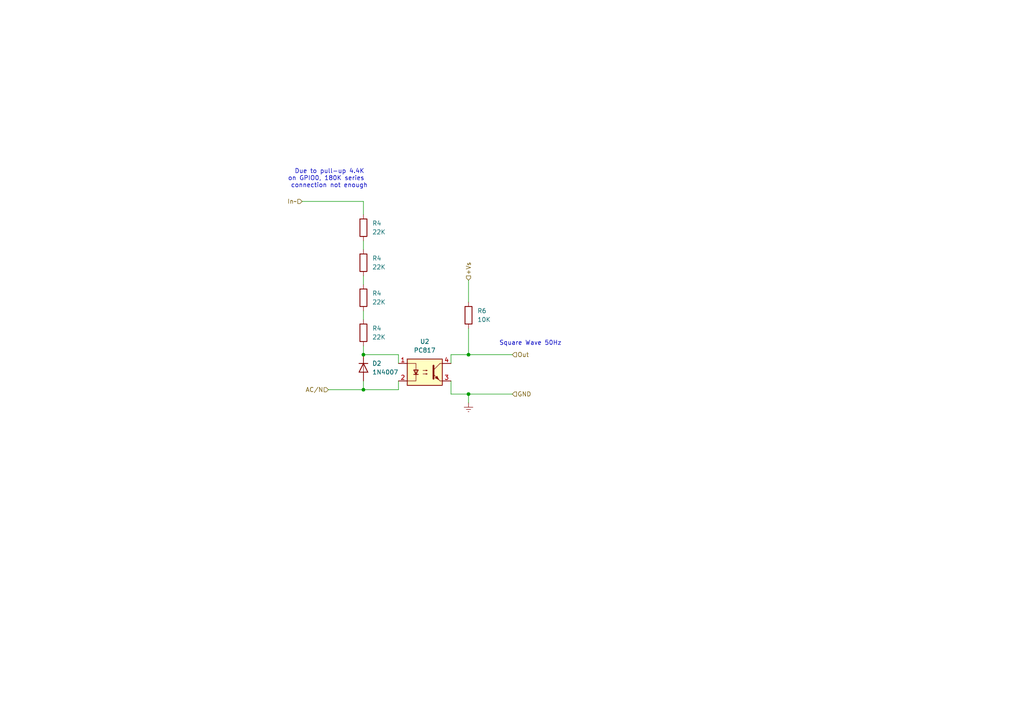
<source format=kicad_sch>
(kicad_sch (version 20230121) (generator eeschema)
  (paper "A4")
  (lib_symbols
    (symbol "Device:R" (pin_numbers hide) (pin_names (offset 0))
      (property "Reference" "R" (at 2.032 0 90))
      (property "Value" "R" (at 0 0 90))
      (symbol "R_0_1"
        (rectangle (start -1.016 -2.54) (end 1.016 2.54) (stroke (width 0.254)))
      )
      (symbol "R_1_1"
        (pin passive line (at 0 3.81 270) (length 1.27) (name "~") (number "1"))
        (pin passive line (at 0 -3.81 90) (length 1.27) (name "~") (number "2"))
      )
    )
    (symbol "Diode:1N4148" (pin_numbers hide) (pin_names hide)
      (property "Reference" "D" (at 0 2.54 0))
      (property "Value" "1N4148" (at 0 -2.54 0))
      (symbol "1N4148_0_1"
        (polyline (pts (xy -1.27 1.27) (xy -1.27 -1.27)) (stroke (width 0.254)))
        (polyline (pts (xy 1.27 0) (xy -1.27 0)))
        (polyline (pts (xy 1.27 1.27) (xy 1.27 -1.27) (xy -1.27 0) (xy 1.27 1.27)) (stroke (width 0.254)))
      )
      (symbol "1N4148_1_1"
        (pin passive line (at -3.81 0 0) (length 2.54) (name "K") (number "1"))
        (pin passive line (at 3.81 0 180) (length 2.54) (name "A") (number "2"))
      )
    )
    (symbol "Isolator:PC817" (pin_names (offset 1.016))
      (property "Reference" "U" (at -5.08 5.08 0))
      (property "Value" "PC817" (at 0 5.08 0))
      (symbol "PC817_0_1"
        (rectangle (start -5.08 3.81) (end 5.08 -3.81) (stroke (width 0.254)) (fill (type background)))
        (polyline (pts (xy -3.175 -0.635) (xy -1.905 -0.635)) (stroke (width 0.254)))
        (polyline (pts (xy 2.54 0.635) (xy 4.445 2.54)))
        (polyline (pts (xy 4.445 -2.54) (xy 2.54 -0.635)) (fill (type outline)))
        (polyline (pts (xy 4.445 -2.54) (xy 5.08 -2.54)))
        (polyline (pts (xy 4.445 2.54) (xy 5.08 2.54)))
        (polyline (pts (xy -5.08 2.54) (xy -2.54 2.54) (xy -2.54 -0.635)))
        (polyline (pts (xy -2.54 -0.635) (xy -2.54 -2.54) (xy -5.08 -2.54)))
        (polyline (pts (xy 2.54 1.905) (xy 2.54 -1.905) (xy 2.54 -1.905)) (stroke (width 0.508)))
        (polyline (pts (xy -2.54 -0.635) (xy -3.175 0.635) (xy -1.905 0.635) (xy -2.54 -0.635)) (stroke (width 0.254)))
        (polyline (pts (xy -0.508 -0.508) (xy 0.762 -0.508) (xy 0.381 -0.635) (xy 0.381 -0.381) (xy 0.762 -0.508)))
        (polyline (pts (xy -0.508 0.508) (xy 0.762 0.508) (xy 0.381 0.381) (xy 0.381 0.635) (xy 0.762 0.508)))
        (polyline (pts (xy 3.048 -1.651) (xy 3.556 -1.143) (xy 4.064 -2.159) (xy 3.048 -1.651) (xy 3.048 -1.651)) (fill (type outline)))
      )
      (symbol "PC817_1_1"
        (pin passive line (at -7.62 2.54 0) (length 2.54) (name "~") (number "1"))
        (pin passive line (at -7.62 -2.54 0) (length 2.54) (name "~") (number "2"))
        (pin passive line (at 7.62 -2.54 180) (length 2.54) (name "~") (number "3"))
        (pin passive line (at 7.62 2.54 180) (length 2.54) (name "~") (number "4"))
      )
    )
    (symbol "power:Earth" (power) (pin_names (offset 0))
      (symbol "Earth_0_1"
        (polyline (pts (xy -0.635 -1.905) (xy 0.635 -1.905)))
        (polyline (pts (xy -0.127 -2.54) (xy 0.127 -2.54)))
        (polyline (pts (xy 0 -1.27) (xy 0 0)))
        (polyline (pts (xy 1.27 -1.27) (xy -1.27 -1.27)))
      )
      (symbol "Earth_1_1"
        (pin power_in line (at 0 0 270) (length 0) hide (name "Earth") (number "1"))
      )
    )
  )
  (junction (at 105.41 102.87))
  (junction (at 135.89 102.87))
  (junction (at 105.41 113.03))
  (junction (at 135.89 114.3))
  (wire (pts (xy 105.41 100.33) (xy 105.41 102.87)))
  (wire (pts (xy 105.41 90.17) (xy 105.41 92.71)))
  (wire (pts (xy 105.41 110.49) (xy 105.41 113.03)))
  (wire (pts (xy 105.41 69.85) (xy 105.41 72.39)))
  (wire (pts (xy 105.41 80.01) (xy 105.41 82.55)))
  (wire (pts (xy 130.81 105.41) (xy 130.81 102.87)))
  (wire (pts (xy 115.57 102.87) (xy 105.41 102.87)))
  (wire (pts (xy 130.81 114.3) (xy 135.89 114.3)))
  (wire (pts (xy 115.57 110.49) (xy 115.57 113.03)))
  (wire (pts (xy 135.89 114.3) (xy 148.59 114.3)))
  (wire (pts (xy 135.89 95.25) (xy 135.89 102.87)))
  (wire (pts (xy 135.89 81.28) (xy 135.89 87.63)))
  (wire (pts (xy 87.63 58.42) (xy 105.41 58.42)))
  (wire (pts (xy 115.57 105.41) (xy 115.57 102.87)))
  (wire (pts (xy 135.89 102.87) (xy 148.59 102.87)))
  (wire (pts (xy 130.81 110.49) (xy 130.81 114.3)))
  (wire (pts (xy 130.81 102.87) (xy 135.89 102.87)))
  (wire (pts (xy 95.25 113.03) (xy 105.41 113.03)))
  (wire (pts (xy 135.89 116.84) (xy 135.89 114.3)))
  (wire (pts (xy 105.41 113.03) (xy 115.57 113.03)))
  (wire (pts (xy 105.41 58.42) (xy 105.41 62.23)))
  (text "Square Wave 50Hz" (at 144.78 100.33 0) (effects (font (size 1.27 1.27)) (justify left bottom)))
  (text "Due to pull-up 4.4K \non GPIO0, 180K series \nconnection not enough" (at 106.68 54.61 0) (effects (font (size 1.27 1.27)) (justify right bottom)))
  (hierarchical_label "In~" (shape input) (at 87.63 58.42 180))
  (hierarchical_label "AC{slash}N" (shape input) (at 95.25 113.03 180))
  (hierarchical_label "GND" (shape input) (at 148.59 114.3 0))
  (hierarchical_label "Out" (shape input) (at 148.59 102.87 0))
  (hierarchical_label "+Vs" (shape input) (at 135.89 81.28 90))
  (symbol (lib_id "Device:R") (at 105.41 76.2 0) (unit 1)
    (property "Reference" "R4" (at 107.95 74.93 0) (effects (justify left)))
    (property "Value" "22K" (at 107.95 77.47 0) (effects (justify left)))
    (property "Footprint" "Resistor_SMD:R_1206_3216Metric_Pad1.30x1.75mm_HandSolder" (effects hide))
    (instances (project "ACSensor-3N" (path "" (reference "R4") (unit 1))) (project "WemosD1Mini-8266" (path "" (reference "R3") (unit 1)) (path "" (reference "R12") (unit 1)) (path "" (reference "R1") (unit 1)) (path "" (reference "R4") (unit 1)) (path "" (reference "R7") (unit 1)) (path "" (reference "R11") (unit 1))))
  )
  (symbol (lib_id "Device:R") (at 105.41 96.52 0) (unit 1)
    (property "Reference" "R4" (at 107.95 95.25 0) (effects (justify left)))
    (property "Value" "22K" (at 107.95 97.79 0) (effects (justify left)))
    (property "Footprint" "Resistor_SMD:R_1206_3216Metric_Pad1.30x1.75mm_HandSolder" (effects hide))
    (instances (project "ACSensor-3N" (path "" (reference "R4") (unit 1))) (project "WemosD1Mini-8266" (path "" (reference "R3") (unit 1)) (path "" (reference "R12") (unit 1)) (path "" (reference "R2") (unit 1)) (path "" (reference "R5") (unit 1)) (path "" (reference "R8") (unit 1)) (path "" (reference "R13") (unit 1))))
  )
  (symbol (lib_id "power:Earth") (at 135.89 116.84 0) (unit 1)
    (property "Reference" "#PWR01" (effects hide))
    (property "Value" "Earth" (effects hide))
    (instances (project "ACSensor-3N" (path "" (reference "#PWR01") (unit 1))) (project "WemosD1Mini-8266" (path "" (reference "#PWR05") (unit 1)) (path "" (reference "#PWR010") (unit 1)) (path "" (reference "#PWR07") (unit 1)) (path "" (reference "#PWR01") (unit 1)) (path "" (reference "#PWR02") (unit 1)) (path "" (reference "#PWR0101") (unit 1))))
  )
  (symbol (lib_id "Diode:1N4148") (at 105.41 106.68 270) (unit 1)
    (property "Reference" "D2" (at 107.95 105.41 90) (effects (justify left)))
    (property "Value" "1N4007" (at 107.95 107.95 90) (effects (justify left)))
    (property "Footprint" "Diode_SMD:D_SMA" (effects hide))
    (property "Datasheet" "https://assets.nexperia.com/documents/data-sheet/1N4148_1N4448.pdf" (effects hide))
    (property "Sim.Device" "D" (effects hide))
    (property "Sim.Pins" "1=K 2=A" (effects hide))
    (instances (project "ACSensor-3N" (path "" (reference "D2") (unit 1))) (project "WemosD1Mini-8266" (path "" (reference "D3") (unit 1)) (path "" (reference "D6") (unit 1)) (path "" (reference "D1") (unit 1)) (path "" (reference "D2") (unit 1)) (path "" (reference "D3") (unit 1)) (path "" (reference "D4") (unit 1))))
  )
  (symbol (lib_id "Isolator:PC817") (at 123.19 107.95 0) (unit 1)
    (property "Reference" "U2" (at 123.19 99.06 0))
    (property "Value" "PC817" (at 123.19 101.6 0))
    (property "Footprint" "Package_DIP:DIP-4_W8.89mm_SMDSocket_LongPads" (effects hide))
    (property "Datasheet" "http://www.soselectronic.cz/a_info/resource/d/pc817.pdf" (effects hide))
    (instances (project "ACSensor-3N" (path "" (reference "U2") (unit 1))) (project "WemosD1Mini-8266" (path "" (reference "U3") (unit 1)) (path "" (reference "U6") (unit 1)) (path "" (reference "U1") (unit 1)) (path "" (reference "U2") (unit 1)) (path "" (reference "U3") (unit 1)) (path "" (reference "U4") (unit 1))))
  )
  (symbol (lib_id "Device:R") (at 105.41 66.04 0) (unit 1)
    (property "Reference" "R4" (at 107.95 64.77 0) (effects (justify left)))
    (property "Value" "22K" (at 107.95 67.31 0) (effects (justify left)))
    (property "Footprint" "Resistor_SMD:R_1206_3216Metric_Pad1.30x1.75mm_HandSolder" (effects hide))
    (instances (project "ACSensor-3N" (path "" (reference "R4") (unit 1))) (project "WemosD1Mini-8266" (path "" (reference "R3") (unit 1)) (path "" (reference "R12") (unit 1)) (path "" (reference "R1") (unit 1)) (path "" (reference "R4") (unit 1)) (path "" (reference "R7") (unit 1)) (path "" (reference "R10") (unit 1))))
  )
  (symbol (lib_id "Device:R") (at 135.89 91.44 0) (unit 1)
    (property "Reference" "R6" (at 138.43 90.17 0) (effects (justify left)))
    (property "Value" "10K" (at 138.43 92.71 0) (effects (justify left)))
    (property "Footprint" "Resistor_SMD:R_0603_1608Metric_Pad0.98x0.95mm_HandSolder" (effects hide))
    (instances (project "ACSensor-3N" (path "" (reference "R6") (unit 1))) (project "WemosD1Mini-8266" (path "" (reference "R9") (unit 1)) (path "" (reference "R18") (unit 1)) (path "" (reference "R3") (unit 1)) (path "" (reference "R6") (unit 1)) (path "" (reference "R9") (unit 1)) (path "" (reference "R14") (unit 1))))
  )
  (symbol (lib_id "Device:R") (at 105.41 86.36 0) (unit 1)
    (property "Reference" "R4" (at 107.95 85.09 0) (effects (justify left)))
    (property "Value" "22K" (at 107.95 87.63 0) (effects (justify left)))
    (property "Footprint" "Resistor_SMD:R_1206_3216Metric_Pad1.30x1.75mm_HandSolder" (effects hide))
    (instances (project "ACSensor-3N" (path "" (reference "R4") (unit 1))) (project "WemosD1Mini-8266" (path "" (reference "R3") (unit 1)) (path "" (reference "R12") (unit 1)) (path "" (reference "R1") (unit 1)) (path "" (reference "R4") (unit 1)) (path "" (reference "R7") (unit 1)) (path "" (reference "R12") (unit 1))))
  )
)
</source>
